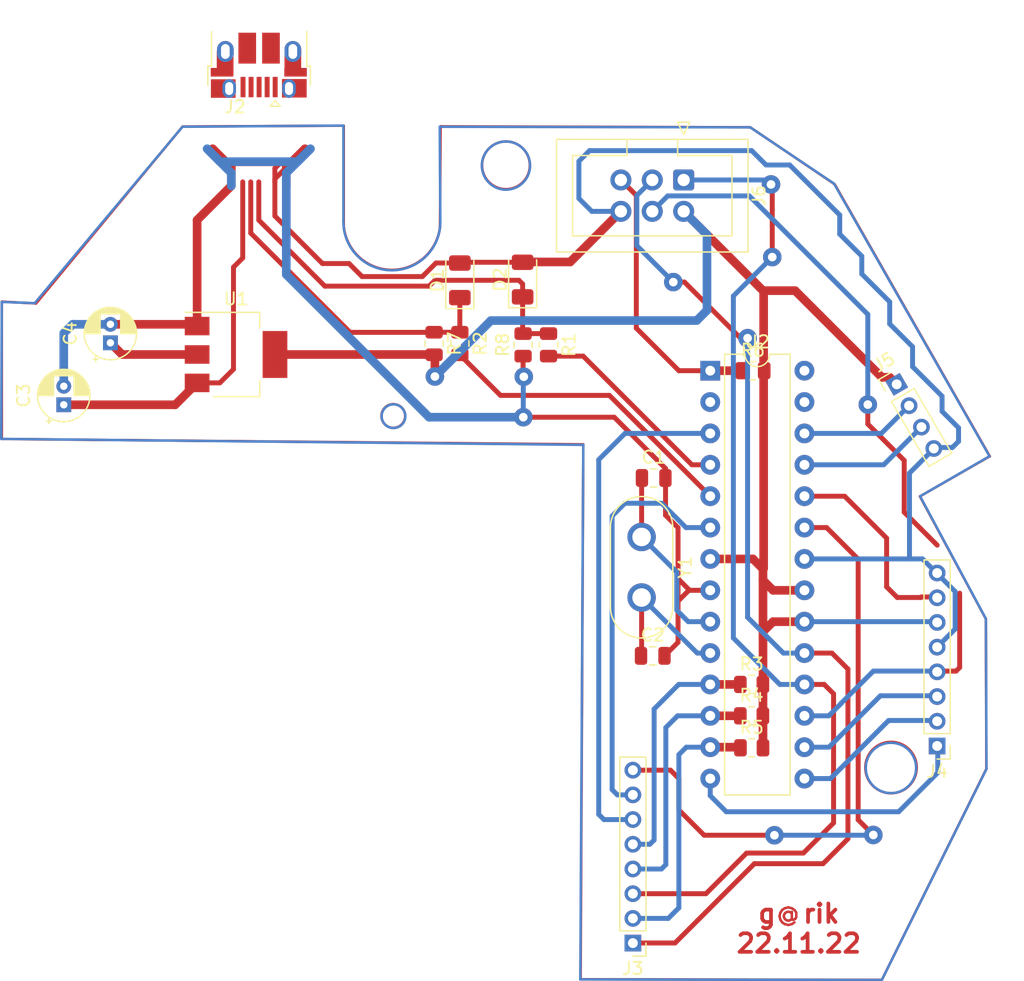
<source format=kicad_pcb>
(kicad_pcb (version 20211014) (generator pcbnew)
  (layers (0 "F.Cu" signal) (31 "B.Cu" signal) (34 "B.Paste" user) (35 "F.Paste" user) (36 "B.SilkS" user "B.Silkscreen") (37 "F.SilkS" user "F.Silkscreen") (38 "B.Mask" user) (39 "F.Mask" user) (44 "Edge.Cuts" user))
  (net 0 "")
  (net 1 "+5V")
  (net 2 "GND")
  (net 3 "+3.3V")
  (net 4 "D-")
  (net 5 "D+")
  (net 6 "MISO")
  (net 7 "MOSI")
  (net 8 "SCK")
  (net 9 "reset")
  (net 11 "row3")
  (net 12 "row2")
  (net 13 "row1")
  (net 14 "col2")
  (net 15 "col1")
  (net 16 "A0")
  (net 17 "but9")
  (net 18 "but8")
  (net 19 "but10")
  (net 20 "A1")
  (net 21 "A3")
  (net 22 "A2")
  (net 23 "XTAL1")
  (net 24 "XTAL2")
  (net 26 "Net-(R2-Pad2)")
  (net 29 "Net-(R1-Pad2)")
  (footprint "Connector_PinHeader_2.00mm:PinHeader_1x04_P2.00mm_Vertical" (layer "F.Cu") (at 172.568262 67.143291 30)
    (fp_text reference "J5" (at 0 -2.06 30) (layer "F.SilkS"))
    (fp_text value "Conn_01x04_Male")
    (pad "1" thru_hole rect (at 0 0 30) (size 1.35 1.35) (drill 0.8) (layers *.Cu *.Mask) (net 3 "+3.3V"))
    (pad "2" thru_hole oval (at 0 2 30) (size 1.35 1.35) (drill 0.8) (layers *.Cu *.Mask) (net 21 "A3"))
    (pad "3" thru_hole oval (at 0 4 30) (size 1.35 1.35) (drill 0.8) (layers *.Cu *.Mask) (net 22 "A2"))
    (pad "4" thru_hole oval (at 0 6 30) (size 1.35 1.35) (drill 0.8) (layers *.Cu *.Mask) (net 2 "GND"))
  )
  (footprint "Connector_PinHeader_2.00mm:PinHeader_1x08_P2.00mm_Vertical" (layer "F.Cu") (at 175.83922 96.42155 180)
    (fp_text reference "J4" (at 0 -2.06 180) (layer "F.SilkS"))
    (fp_text value "buttom")
    (pad "1" thru_hole rect (at 0 0 180) (size 1.35 1.35) (drill 0.8) (layers *.Cu *.Mask) (net 19 "but10"))
    (pad "2" thru_hole oval (at 0 2 180) (size 1.35 1.35) (drill 0.8) (layers *.Cu *.Mask) (net 17 "but9"))
    (pad "3" thru_hole oval (at 0 4 180) (size 1.35 1.35) (drill 0.8) (layers *.Cu *.Mask) (net 18 "but8"))
    (pad "4" thru_hole oval (at 0 6 180) (size 1.35 1.35) (drill 0.8) (layers *.Cu *.Mask) (net 7 "MOSI"))
    (pad "5" thru_hole oval (at 0 8 180) (size 1.35 1.35) (drill 0.8) (layers *.Cu *.Mask) (net 2 "GND"))
    (pad "6" thru_hole oval (at 0 10 180) (size 1.35 1.35) (drill 0.8) (layers *.Cu *.Mask) (net 3 "+3.3V"))
    (pad "7" thru_hole oval (at 0 12 180) (size 1.35 1.35) (drill 0.8) (layers *.Cu *.Mask) (net 20 "A1"))
    (pad "8" thru_hole oval (at 0 14 180) (size 1.35 1.35) (drill 0.8) (layers *.Cu *.Mask) (net 2 "GND"))
  )
  (footprint "Diode_SMD:D_1206_3216Metric" (layer "F.Cu") (at 142.299393 58.66408 90)
    (fp_text reference "D2" (at 0 -1.82 90) (layer "F.SilkS"))
    (fp_text value "3.3v")
    (pad "1" smd roundrect (at -1.4 0 90) (size 1.25 1.75) (layers "F.Cu" "F.Paste" "F.Mask") (roundrect_rratio 0.2) (net 5 "D+"))
    (pad "2" smd roundrect (at 1.4 0 90) (size 1.25 1.75) (layers "F.Cu" "F.Paste" "F.Mask") (roundrect_rratio 0.2) (net 2 "GND"))
  )
  (footprint "Resistor_SMD:R_0805_2012Metric" (layer "F.Cu") (at 160.826 93.979999)
    (fp_text reference "R4" (at 0 -1.65) (layer "F.SilkS"))
    (fp_text value "10k")
    (pad "1" smd roundrect (at -0.9125 0) (size 1.025 1.4) (layers "F.Cu" "F.Paste" "F.Mask") (roundrect_rratio 0.243902439) (net 12 "row2"))
    (pad "2" smd roundrect (at 0.9125 0) (size 1.025 1.4) (layers "F.Cu" "F.Paste" "F.Mask") (roundrect_rratio 0.243902439) (net 3 "+3.3V"))
  )
  (footprint "Capacitor_SMD:C_0805_2012Metric" (layer "F.Cu") (at 152.828427 89.123822)
    (fp_text reference "C2" (at 0 -1.68) (layer "F.SilkS"))
    (fp_text value "22p")
    (pad "1" smd roundrect (at -0.95 0) (size 1 1.45) (layers "F.Cu" "F.Paste" "F.Mask") (net 24 "XTAL2"))
    (pad "2" smd roundrect (at 0.95 0) (size 1 1.45) (layers "F.Cu" "F.Paste" "F.Mask") (net 2 "GND"))
  )
  (footprint "Capacitor_SMD:C_0805_2012Metric" (layer "F.Cu") (at 152.903674 74.726569)
    (fp_text reference "C1" (at 0 -1.68) (layer "F.SilkS"))
    (fp_text value "22p")
    (pad "1" smd roundrect (at -0.95 0) (size 1 1.45) (layers "F.Cu" "F.Paste" "F.Mask") (net 23 "XTAL1"))
    (pad "2" smd roundrect (at 0.95 0) (size 1 1.45) (layers "F.Cu" "F.Paste" "F.Mask") (net 2 "GND"))
  )
  (footprint "Diode_SMD:D_1206_3216Metric" (layer "F.Cu") (at 137.219393 58.72703 90)
    (fp_text reference "D1" (at 0 -1.82 90) (layer "F.SilkS"))
    (fp_text value "3.3v")
    (pad "1" smd roundrect (at -1.4 0 90) (size 1.25 1.75) (layers "F.Cu" "F.Paste" "F.Mask") (roundrect_rratio 0.2) (net 4 "D-"))
    (pad "2" smd roundrect (at 1.4 0 90) (size 1.25 1.75) (layers "F.Cu" "F.Paste" "F.Mask") (roundrect_rratio 0.2) (net 2 "GND"))
  )
  (footprint "Resistor_SMD:R_0805_2012Metric" (layer "F.Cu") (at 137.219393 63.840646 -90)
    (fp_text reference "R2" (at 0 -1.65 90) (layer "F.SilkS"))
    (fp_text value "68")
    (pad "1" smd roundrect (at -0.9125 0 270) (size 1.025 1.4) (layers "F.Cu" "F.Paste" "F.Mask") (roundrect_rratio 0.243902439) (net 4 "D-"))
    (pad "2" smd roundrect (at 0.9125 0 270) (size 1.025 1.4) (layers "F.Cu" "F.Paste" "F.Mask") (roundrect_rratio 0.243902439) (net 26 "Net-(R2-Pad2)"))
  )
  (footprint "Capacitor_THT:CP_Radial_D4.0mm_P1.50mm" (layer "F.Cu") (at 108.945052 63.786674 90)
    (fp_text reference "C4" (at 0.75 -3.25 90) (layer "F.SilkS"))
    (fp_text value "4u7")
    (pad "1" thru_hole rect (at 0 0 90) (size 1.2 1.2) (drill 0.6) (layers *.Cu *.Mask) (net 3 "+3.3V"))
    (pad "2" thru_hole circle (at 1.5 0 90) (size 1.2 1.2) (drill 0.6) (layers *.Cu *.Mask) (net 2 "GND"))
  )
  (footprint "Capacitor_THT:CP_Radial_D4.0mm_P1.50mm" (layer "F.Cu") (at 105.171539 68.800056 90)
    (fp_text reference "C3" (at 0.75 -3.25 90) (layer "F.SilkS"))
    (fp_text value "4u7")
    (pad "1" thru_hole rect (at 0 0 90) (size 1.2 1.2) (drill 0.6) (layers *.Cu *.Mask) (net 1 "+5V"))
    (pad "2" thru_hole circle (at 1.5 0 90) (size 1.2 1.2) (drill 0.6) (layers *.Cu *.Mask) (net 2 "GND"))
  )
  (footprint "Resistor_SMD:R_0805_2012Metric" (layer "F.Cu") (at 135.134976 63.840646 -90)
    (fp_text reference "R7" (at 0 -1.65 90) (layer "F.SilkS"))
    (fp_text value "1.5k")
    (pad "1" smd roundrect (at -0.9125 0 270) (size 1.025 1.4) (layers "F.Cu" "F.Paste" "F.Mask") (roundrect_rratio 0.243902439) (net 4 "D-"))
    (pad "2" smd roundrect (at 0.9125 0 270) (size 1.025 1.4) (layers "F.Cu" "F.Paste" "F.Mask") (roundrect_rratio 0.243902439) (net 3 "+3.3V"))
  )
  (footprint "Package_TO_SOT_SMD:SOT-223-3_TabPin2" (layer "F.Cu") (at 119.111408 64.728292)
    (fp_text reference "U1" (at 0 -4.5) (layer "F.SilkS"))
    (fp_text value "AMS1117-3.3")
    (pad "1" smd rect (at -3.15 -2.3) (size 2 1.5) (layers "F.Cu" "F.Paste" "F.Mask") (net 2 "GND"))
    (pad "2" smd rect (at -3.15 0) (size 2 1.5) (layers "F.Cu" "F.Paste" "F.Mask") (net 3 "+3.3V"))
    (pad "2" smd rect (at 3.15 0) (size 2 3.8) (layers "F.Cu" "F.Paste" "F.Mask") (net 3 "+3.3V"))
    (pad "3" smd rect (at -3.15 2.3) (size 2 1.5) (layers "F.Cu" "F.Paste" "F.Mask") (net 1 "+5V"))
  )
  (footprint "Connector_USB:USB_Micro-B_Amphenol_10103594-0001LF_Horizontal" (layer "F.Cu") (at 120.951923 41.315 180)
    (fp_text reference "J2" (at 1.925 -3.365) (layer "F.SilkS"))
    (fp_text value "USB_B_Micro")
    (pad "1" smd rect (at -1.325 -1.765 270) (size 1.65 0.4) (layers "F.Cu" "F.Paste" "F.Mask") (net 1 "+5V"))
    (pad "2" smd rect (at -0.675 -1.765 270) (size 1.65 0.4) (layers "F.Cu" "F.Paste" "F.Mask") (net 4 "D-"))
    (pad "3" smd rect (at -0.025 -1.765 270) (size 1.65 0.4) (layers "F.Cu" "F.Paste" "F.Mask") (net 5 "D+"))
    (pad "4" smd rect (at 0.625 -1.765 270) (size 1.65 0.4) (layers "F.Cu" "F.Paste" "F.Mask"))
    (pad "5" smd rect (at 1.275 -1.765 270) (size 1.65 0.4) (layers "F.Cu" "F.Paste" "F.Mask") (net 2 "GND"))
    (pad "6" smd rect (at -0.985 1.385 270) (size 2.5 1.43) (layers "F.Cu" "F.Paste" "F.Mask") (net 2 "GND"))
    (pad "6" smd rect (at 2.725 0.185 180) (size 1.35 2) (layers "F.Cu" "F.Paste" "F.Mask") (net 2 "GND"))
    (pad "6" thru_hole oval (at 2.705 1.115 270) (size 1.7 1.35) (drill oval 1.2 0.7) (layers *.Cu *.Mask) (net 2 "GND"))
    (pad "6" thru_hole oval (at -2.445 -1.885 270) (size 1.5 1.1) (drill oval 1.05 0.65) (layers *.Cu *.Mask) (net 2 "GND"))
    (pad "6" smd rect (at 2.875 -1.885 180) (size 2 1.5) (layers "F.Cu" "F.Paste" "F.Mask") (net 2 "GND"))
    (pad "6" smd rect (at 0.935 1.385 270) (size 2.5 1.43) (layers "F.Cu" "F.Paste" "F.Mask") (net 2 "GND"))
    (pad "6" smd rect (at 2.975 -0.565 180) (size 1.825 0.7) (layers "F.Cu" "F.Paste" "F.Mask") (net 2 "GND"))
    (pad "6" smd rect (at -2.755 0.185 180) (size 1.35 2) (layers "F.Cu" "F.Paste" "F.Mask") (net 2 "GND"))
    (pad "6" thru_hole oval (at -2.755 1.115 270) (size 1.7 1.35) (drill oval 1.2 0.7) (layers *.Cu *.Mask) (net 2 "GND"))
    (pad "6" smd rect (at -2.875 -1.865 180) (size 2 1.5) (layers "F.Cu" "F.Paste" "F.Mask") (net 2 "GND"))
    (pad "6" smd rect (at -2.975 -0.565 180) (size 1.825 0.7) (layers "F.Cu" "F.Paste" "F.Mask") (net 2 "GND"))
    (pad "6" thru_hole oval (at 2.395 -1.885 270) (size 1.5 1.1) (drill oval 1.05 0.65) (layers *.Cu *.Mask) (net 2 "GND"))
  )
  (footprint "Resistor_SMD:R_0805_2012Metric" (layer "F.Cu") (at 160.836005 96.570164)
    (fp_text reference "R5" (at 0 -1.65) (layer "F.SilkS"))
    (fp_text value "10k")
    (pad "1" smd roundrect (at -0.9125 0) (size 1.025 1.4) (layers "F.Cu" "F.Paste" "F.Mask") (roundrect_rratio 0.243902439) (net 11 "row3"))
    (pad "2" smd roundrect (at 0.9125 0) (size 1.025 1.4) (layers "F.Cu" "F.Paste" "F.Mask") (roundrect_rratio 0.243902439) (net 3 "+3.3V"))
  )
  (footprint "Resistor_SMD:R_0805_2012Metric" (layer "F.Cu") (at 144.396256 63.949717 -90)
    (fp_text reference "R1" (at 0 -1.65 90) (layer "F.SilkS"))
    (fp_text value "68")
    (pad "1" smd roundrect (at -0.9125 0 270) (size 1.025 1.4) (layers "F.Cu" "F.Paste" "F.Mask") (roundrect_rratio 0.243902439) (net 5 "D+"))
    (pad "2" smd roundrect (at 0.9125 0 270) (size 1.025 1.4) (layers "F.Cu" "F.Paste" "F.Mask") (roundrect_rratio 0.243902439) (net 29 "Net-(R1-Pad2)"))
  )
  (footprint "Resistor_SMD:R_0805_2012Metric" (layer "F.Cu") (at 160.9325 66.04)
    (fp_text reference "R6" (at 0 -1.65) (layer "F.SilkS"))
    (fp_text value "10k")
    (pad "1" smd roundrect (at -0.9125 0) (size 1.025 1.4) (layers "F.Cu" "F.Paste" "F.Mask") (roundrect_rratio 0.243902439) (net 9 "reset"))
    (pad "2" smd roundrect (at 0.9125 0) (size 1.025 1.4) (layers "F.Cu" "F.Paste" "F.Mask") (roundrect_rratio 0.243902439) (net 3 "+3.3V"))
  )
  (footprint "Connector_PinHeader_2.00mm:PinHeader_1x08_P2.00mm_Vertical" (layer "F.Cu") (at 151.220286 112.379904 180)
    (fp_text reference "J3" (at 0 -2.06) (layer "F.SilkS"))
    (fp_text value "grip")
    (pad "1" thru_hole rect (at 0 0 180) (size 1.35 1.35) (drill 0.8) (layers *.Cu *.Mask) (net 8 "SCK"))
    (pad "2" thru_hole oval (at 0 2 180) (size 1.35 1.35) (drill 0.8) (layers *.Cu *.Mask) (net 11 "row3"))
    (pad "3" thru_hole oval (at 0 4 180) (size 1.35 1.35) (drill 0.8) (layers *.Cu *.Mask) (net 6 "MISO"))
    (pad "4" thru_hole oval (at 0 6 180) (size 1.35 1.35) (drill 0.8) (layers *.Cu *.Mask) (net 12 "row2"))
    (pad "5" thru_hole oval (at 0 8 180) (size 1.35 1.35) (drill 0.8) (layers *.Cu *.Mask) (net 13 "row1"))
    (pad "6" thru_hole oval (at 0 10 180) (size 1.35 1.35) (drill 0.8) (layers *.Cu *.Mask) (net 14 "col2"))
    (pad "7" thru_hole oval (at 0 12 180) (size 1.35 1.35) (drill 0.8) (layers *.Cu *.Mask) (net 15 "col1"))
    (pad "8" thru_hole oval (at 0 14 180) (size 1.35 1.35) (drill 0.8) (layers *.Cu *.Mask) (net 16 "A0"))
  )
  (footprint "Package_DIP:DIP-28_W7.62mm" (layer "F.Cu") (at 157.48 66.04)
    (fp_text reference "U2" (at 3.81 -2.33) (layer "F.SilkS"))
    (fp_text value "ATmega8-16P")
    (pad "1" thru_hole rect (at 0 0) (size 1.6 1.6) (drill 0.8) (layers *.Cu *.Mask) (net 9 "reset"))
    (pad "2" thru_hole oval (at 0 2.54) (size 1.6 1.6) (drill 0.8) (layers *.Cu *.Mask))
    (pad "3" thru_hole oval (at 0 5.08) (size 1.6 1.6) (drill 0.8) (layers *.Cu *.Mask) (net 14 "col2"))
    (pad "4" thru_hole oval (at 0 7.62) (size 1.6 1.6) (drill 0.8) (layers *.Cu *.Mask) (net 29 "Net-(R1-Pad2)"))
    (pad "5" thru_hole oval (at 0 10.16) (size 1.6 1.6) (drill 0.8) (layers *.Cu *.Mask) (net 26 "Net-(R2-Pad2)"))
    (pad "6" thru_hole oval (at 0 12.7) (size 1.6 1.6) (drill 0.8) (layers *.Cu *.Mask) (net 15 "col1"))
    (pad "7" thru_hole oval (at 0 15.24) (size 1.6 1.6) (drill 0.8) (layers *.Cu *.Mask) (net 3 "+3.3V"))
    (pad "8" thru_hole oval (at 0 17.78) (size 1.6 1.6) (drill 0.8) (layers *.Cu *.Mask) (net 2 "GND"))
    (pad "9" thru_hole oval (at 0 20.32) (size 1.6 1.6) (drill 0.8) (layers *.Cu *.Mask) (net 23 "XTAL1"))
    (pad "10" thru_hole oval (at 0 22.86) (size 1.6 1.6) (drill 0.8) (layers *.Cu *.Mask) (net 24 "XTAL2"))
    (pad "11" thru_hole oval (at 0 25.4) (size 1.6 1.6) (drill 0.8) (layers *.Cu *.Mask) (net 13 "row1"))
    (pad "12" thru_hole oval (at 0 27.94) (size 1.6 1.6) (drill 0.8) (layers *.Cu *.Mask) (net 12 "row2"))
    (pad "13" thru_hole oval (at 0 30.48) (size 1.6 1.6) (drill 0.8) (layers *.Cu *.Mask) (net 11 "row3"))
    (pad "14" thru_hole oval (at 0 33.02) (size 1.6 1.6) (drill 0.8) (layers *.Cu *.Mask) (net 19 "but10"))
    (pad "15" thru_hole oval (at 7.62 33.02) (size 1.6 1.6) (drill 0.8) (layers *.Cu *.Mask) (net 17 "but9"))
    (pad "16" thru_hole oval (at 7.62 30.48) (size 1.6 1.6) (drill 0.8) (layers *.Cu *.Mask) (net 18 "but8"))
    (pad "17" thru_hole oval (at 7.62 27.94) (size 1.6 1.6) (drill 0.8) (layers *.Cu *.Mask) (net 7 "MOSI"))
    (pad "18" thru_hole oval (at 7.62 25.4) (size 1.6 1.6) (drill 0.8) (layers *.Cu *.Mask) (net 6 "MISO"))
    (pad "19" thru_hole oval (at 7.62 22.86) (size 1.6 1.6) (drill 0.8) (layers *.Cu *.Mask) (net 8 "SCK"))
    (pad "20" thru_hole oval (at 7.62 20.32) (size 1.6 1.6) (drill 0.8) (layers *.Cu *.Mask) (net 3 "+3.3V"))
    (pad "21" thru_hole oval (at 7.62 17.78) (size 1.6 1.6) (drill 0.8) (layers *.Cu *.Mask) (net 3 "+3.3V"))
    (pad "22" thru_hole oval (at 7.62 15.24) (size 1.6 1.6) (drill 0.8) (layers *.Cu *.Mask) (net 2 "GND"))
    (pad "23" thru_hole oval (at 7.62 12.7) (size 1.6 1.6) (drill 0.8) (layers *.Cu *.Mask) (net 16 "A0"))
    (pad "24" thru_hole oval (at 7.62 10.16) (size 1.6 1.6) (drill 0.8) (layers *.Cu *.Mask) (net 20 "A1"))
    (pad "25" thru_hole oval (at 7.62 7.62) (size 1.6 1.6) (drill 0.8) (layers *.Cu *.Mask) (net 22 "A2"))
    (pad "26" thru_hole oval (at 7.62 5.08) (size 1.6 1.6) (drill 0.8) (layers *.Cu *.Mask) (net 21 "A3"))
    (pad "27" thru_hole oval (at 7.62 2.54) (size 1.6 1.6) (drill 0.8) (layers *.Cu *.Mask))
    (pad "28" thru_hole oval (at 7.62 0) (size 1.6 1.6) (drill 0.8) (layers *.Cu *.Mask))
  )
  (footprint "Crystal:Crystal_HC50_Vertical" (layer "F.Cu") (at 151.92683 79.502555 -90)
    (fp_text reference "Y1" (at 2.45 -3.525 90) (layer "F.SilkS"))
    (fp_text value "16 MHz")
    (pad "1" thru_hole circle (at 0 0 270) (size 2.3 2.3) (drill 1.5) (layers *.Cu *.Mask) (net 23 "XTAL1"))
    (pad "2" thru_hole circle (at 4.9 0 270) (size 2.3 2.3) (drill 1.5) (layers *.Cu *.Mask) (net 24 "XTAL2"))
  )
  (footprint "Resistor_SMD:R_0805_2012Metric" (layer "F.Cu") (at 142.335798 63.949717 90)
    (fp_text reference "R8" (at 0 -1.65 90) (layer "F.SilkS"))
    (fp_text value "1M")
    (pad "1" smd roundrect (at -0.9125 0 90) (size 1.025 1.4) (layers "F.Cu" "F.Paste" "F.Mask") (roundrect_rratio 0.243902439) (net 2 "GND"))
    (pad "2" smd roundrect (at 0.9125 0 90) (size 1.025 1.4) (layers "F.Cu" "F.Paste" "F.Mask") (roundrect_rratio 0.243902439) (net 5 "D+"))
  )
  (footprint "Resistor_SMD:R_0805_2012Metric" (layer "F.Cu") (at 160.826 91.44)
    (fp_text reference "R3" (at 0 -1.65) (layer "F.SilkS"))
    (fp_text value "10k")
    (pad "1" smd roundrect (at -0.9125 0) (size 1.025 1.4) (layers "F.Cu" "F.Paste" "F.Mask") (roundrect_rratio 0.243902439) (net 13 "row1"))
    (pad "2" smd roundrect (at 0.9125 0) (size 1.025 1.4) (layers "F.Cu" "F.Paste" "F.Mask") (roundrect_rratio 0.243902439) (net 3 "+3.3V"))
  )
  (footprint "Connector_IDC:IDC-Header_2x03_P2.54mm_Vertical" (layer "F.Cu") (at 155.329632 50.60158 -90)
    (fp_text reference "J6" (at 1.27 -6.1 90) (layer "F.SilkS"))
    (fp_text value "AVR-ISP-6")
    (pad "1" thru_hole roundrect (at 0 0 270) (size 1.7 1.7) (drill 1) (layers *.Cu *.Mask) (roundrect_rratio 0.1470588235) (net 6 "MISO"))
    (pad "2" thru_hole circle (at 2.54 0 270) (size 1.7 1.7) (drill 1) (layers *.Cu *.Mask) (net 3 "+3.3V"))
    (pad "3" thru_hole circle (at 0 2.54 270) (size 1.7 1.7) (drill 1) (layers *.Cu *.Mask) (net 8 "SCK"))
    (pad "4" thru_hole circle (at 2.54 2.54 270) (size 1.7 1.7) (drill 1) (layers *.Cu *.Mask) (net 7 "MOSI"))
    (pad "5" thru_hole circle (at 0 5.08 270) (size 1.7 1.7) (drill 1) (layers *.Cu *.Mask) (net 9 "reset"))
    (pad "6" thru_hole circle (at 2.54 5.08 270) (size 1.7 1.7) (drill 1) (layers *.Cu *.Mask) (net 2 "GND"))
  )
  (gr_line (start 135.663326 46.257246) (end 160.71912 46.336431) (layer "F.Cu") (width 0.2))
  (gr_arc (start 135.613667 54.403736) (mid 131.680989 57.877361) (end 127.826028 54.317685) (layer "F.Cu") (width 0.2))
  (gr_line (start 160.71912 46.336431) (end 167.560195 50.961686) (layer "F.Cu") (width 0.2))
  (gr_circle (center 172.106839 98.169046) (end 174.129043 98.663841) (layer "F.Cu") (width 0.2) (fill none))
  (gr_line (start 147.209073 72.001218) (end 100.16055 71.570962) (layer "F.Cu") (width 0.2))
  (gr_line (start 180.102166 72.969294) (end 174.444296 76.217729) (layer "F.Cu") (width 0.2))
  (gr_line (start 171.367963 115.349537) (end 146.993945 115.306512) (layer "F.Cu") (width 0.2))
  (gr_circle (center 140.948845 49.412763) (end 142.282639 50.811096) (layer "F.Cu") (width 0.2) (fill none))
  (gr_line (start 174.444296 76.217729) (end 179.779473 86.135136) (layer "F.Cu") (width 0.2))
  (gr_circle (center 131.834852 69.707594) (end 132.759903 69.44944) (layer "F.Cu") (width 0.2) (fill none))
  (gr_line (start 179.822499 98.268363) (end 171.367963 115.349537) (layer "F.Cu") (width 0.2))
  (gr_line (start 100.16055 71.570962) (end 100.16055 60.448837) (layer "F.Cu") (width 0.2))
  (gr_line (start 167.560195 50.961686) (end 180.102166 72.969294) (layer "F.Cu") (width 0.2))
  (gr_line (start 114.789263 46.271893) (end 127.826028 46.207354) (layer "F.Cu") (width 0.2))
  (gr_line (start 102.935703 60.599427) (end 114.789263 46.271893) (layer "F.Cu") (width 0.2))
  (gr_line (start 127.826028 46.207354) (end 127.826028 54.317685) (layer "F.Cu") (width 0.2))
  (gr_line (start 135.663326 46.257246) (end 135.613667 54.403736) (layer "F.Cu") (width 0.2))
  (gr_line (start 146.993945 115.306512) (end 147.209073 72.001218) (layer "F.Cu") (width 0.2))
  (gr_line (start 179.779473 86.135136) (end 179.822499 98.268363) (layer "F.Cu") (width 0.2))
  (gr_line (start 100.16055 60.448837) (end 102.935703 60.599427) (layer "F.Cu") (width 0.2))
  (gr_line (start 100.160316 60.475961) (end 100.111913 71.560438) (layer "B.Cu") (width 0.2))
  (gr_line (start 100.111913 71.560438) (end 147.20884 72.044477) (layer "B.Cu") (width 0.2))
  (gr_line (start 179.784618 86.129991) (end 174.460197 76.207206) (layer "B.Cu") (width 0.2))
  (gr_line (start 147.20884 72.044477) (end 146.966821 115.317501) (layer "B.Cu") (width 0.2))
  (gr_arc (start 135.640324 53.89304) (mid 131.720389 57.912359) (end 127.798904 53.89304) (layer "B.Cu") (width 0.2))
  (gr_line (start 114.778273 46.293639) (end 102.822527 60.572769) (layer "B.Cu") (width 0.2))
  (gr_line (start 127.798904 46.196831) (end 114.778273 46.293639) (layer "B.Cu") (width 0.2))
  (gr_line (start 160.713509 46.342043) (end 135.591921 46.293639) (layer "B.Cu") (width 0.2))
  (gr_line (start 135.591921 46.293639) (end 135.640324 53.89304) (layer "B.Cu") (width 0.2))
  (gr_line (start 179.833022 98.279353) (end 179.784618 86.129991) (layer "B.Cu") (width 0.2))
  (gr_circle (center 140.951013 49.437252) (end 139.660245 50.900124) (layer "B.Cu") (width 0.2) (fill none))
  (gr_line (start 171.362352 115.365905) (end 179.833022 98.279353) (layer "B.Cu") (width 0.2))
  (gr_line (start 127.798904 53.89304) (end 127.798904 46.196831) (layer "B.Cu") (width 0.2))
  (gr_circle (center 131.851093 69.723836) (end 130.947555 70.046529) (layer "B.Cu") (width 0.2) (fill none))
  (gr_line (start 167.490045 50.892003) (end 160.713509 46.342043) (layer "B.Cu") (width 0.2))
  (gr_line (start 146.966821 115.317501) (end 171.362352 115.365905) (layer "B.Cu") (width 0.2))
  (gr_circle (center 172.101568 98.200904) (end 171.714338 100.201595) (layer "B.Cu") (width 0.2) (fill none))
  (gr_line (start 102.822527 60.572769) (end 100.160316 60.475961) (layer "B.Cu") (width 0.2))
  (gr_line (start 174.460197 76.207206) (end 180.075041 72.96415) (layer "B.Cu") (width 0.2))
  (gr_line (start 180.075041 72.96415) (end 167.490045 50.892003) (layer "B.Cu") (width 0.2))
  (gr_text "@" (at 163.761741 110.015974) (layer "F.Cu") (effects (font (size 1.5 1.5) (thickness 0.2))))
  (gr_text "g  rik\n22.11.22" (at 164.643766 111.199178) (layer "F.Cu") (effects (font (size 1.5 1.5) (thickness 0.3))))
  (segment (start 114.189644 68.800056) (end 115.961408 67.028292) (width 0.7) (layer "F.Cu") (net 1))
  (segment (start 117.800571 67.028292) (end 115.961408 67.028292) (width 0.4) (layer "F.Cu") (net 1))
  (segment (start 105.171539 68.800056) (end 114.189644 68.800056) (width 0.7) (layer "F.Cu") (net 1))
  (segment (start 118.904208 57.663735) (end 118.904208 65.924655) (width 0.4) (layer "F.Cu") (net 1))
  (segment (start 118.904208 65.924655) (end 117.800571 67.028292) (width 0.4) (layer "F.Cu") (net 1))
  (segment (start 119.651923 56.91602) (end 118.904208 57.663735) (width 0.4) (layer "F.Cu") (net 1))
  (segment (start 119.651923 50.755117) (end 119.651923 56.91602) (width 0.4) (layer "F.Cu") (net 1))
  (segment (start 146.151441 57.239771) (end 142.323702 57.239771) (width 0.7) (layer "F.Cu") (net 2))
  (segment (start 154.873973 84.693097) (end 154.873973 82.886021) (width 0.4) (layer "F.Cu") (net 2))
  (segment (start 122.251923 50.755117) (end 122.251923 49.659143) (width 0.4) (layer "F.Cu") (net 2))
  (segment (start 137.215209 57.322846) (end 137.219393 57.32703) (width 0.4) (layer "F.Cu") (net 2))
  (segment (start 154.873973 82.886021) (end 155.807952 83.82) (width 0.4) (layer "F.Cu") (net 2))
  (segment (start 122.785533 49.125533) (end 118.259839 49.125533) (width 0.7) (layer "F.Cu") (net 2))
  (segment (start 129.307823 58.42) (end 134.191231 58.42) (width 0.4) (layer "F.Cu") (net 2))
  (segment (start 142.335798 64.862217) (end 142.335798 66.472563) (width 0.4) (layer "F.Cu") (net 2))
  (segment (start 153.853674 74.726569) (end 153.862871 74.735766) (width 0.4) (layer "F.Cu") (net 2))
  (segment (start 123.176923 49.592617) (end 124.689423 48.080117) (width 0.7) (layer "F.Cu") (net 2))
  (segment (start 115.961408 53.845632) (end 118.726923 51.080117) (width 0.7) (layer "F.Cu") (net 2))
  (segment (start 122.251923 50.755117) (end 122.251923 50.517617) (width 0.4) (layer "F.Cu") (net 2))
  (segment (start 142.323702 57.239771) (end 142.299393 57.26408) (width 0.7) (layer "F.Cu") (net 2))
  (segment (start 122.251923 50.517617) (end 123.176923 49.592617) (width 0.4) (layer "F.Cu") (net 2))
  (segment (start 124.689423 48.080117) (end 123.644007 49.125533) (width 0.7) (layer "F.Cu") (net 2))
  (segment (start 153.778427 89.123822) (end 154.873973 88.028276) (width 0.4) (layer "F.Cu") (net 2))
  (segment (start 122.251923 53.515382) (end 126.102413 57.365872) (width 0.4) (layer "F.Cu") (net 2))
  (segment (start 137.282343 57.26408) (end 142.299393 57.26408) (width 0.4) (layer "F.Cu") (net 2))
  (segment (start 155.807952 83.82) (end 155.74707 83.82) (width 0.4) (layer "F.Cu") (net 2))
  (segment (start 153.862871 74.717372) (end 153.862871 73.958203) (width 0.4) (layer "F.Cu") (net 2))
  (segment (start 137.219393 57.32703) (end 137.282343 57.26408) (width 0.4) (layer "F.Cu") (net 2))
  (segment (start 153.853674 74.726569) (end 153.862871 74.717372) (width 0.4) (layer "F.Cu") (net 2))
  (segment (start 153.862871 77.744458) (end 154.873973 78.75556) (width 0.4) (layer "F.Cu") (net 2))
  (segment (start 153.862871 73.958203) (end 149.710898 69.80623) (width 0.4) (layer "F.Cu") (net 2))
  (segment (start 128.253695 57.365872) (end 129.307823 58.42) (width 0.4) (layer "F.Cu") (net 2))
  (segment (start 118.726923 49.592617) (end 117.214423 48.080117) (width 0.7) (layer "F.Cu") (net 2))
  (segment (start 115.81979 62.286674) (end 115.961408 62.428292) (width 0.7) (layer "F.Cu") (net 2))
  (segment (start 126.102413 57.365872) (end 128.253695 57.365872) (width 0.4) (layer "F.Cu") (net 2))
  (segment (start 115.961408 62.428292) (end 115.961408 53.845632) (width 0.7) (layer "F.Cu") (net 2))
  (segment (start 153.862871 74.735766) (end 153.862871 77.744458) (width 0.4) (layer "F.Cu") (net 2))
  (segment (start 118.259839 49.125533) (end 117.214423 48.080117) (width 0.7) (layer "F.Cu") (net 2))
  (segment (start 149.710898 69.80623) (end 142.353516 69.80623) (width 0.4) (layer "F.Cu") (net 2))
  (segment (start 134.191231 58.42) (end 135.288385 57.322846) (width 0.4) (layer "F.Cu") (net 2))
  (segment (start 123.644007 49.125533) (end 122.785533 49.125533) (width 0.7) (layer "F.Cu") (net 2))
  (segment (start 154.873973 88.028276) (end 154.873973 84.693097) (width 0.4) (layer "F.Cu") (net 2))
  (segment (start 135.288385 57.322846) (end 137.215209 57.322846) (width 0.4) (layer "F.Cu") (net 2))
  (segment (start 122.251923 50.755117) (end 122.251923 53.515382) (width 0.4) (layer "F.Cu") (net 2))
  (segment (start 118.726923 51.080117) (end 118.726923 49.592617) (width 0.7) (layer "F.Cu") (net 2))
  (segment (start 150.249632 53.14158) (end 146.151441 57.239771) (width 0.7) (layer "F.Cu") (net 2))
  (segment (start 108.945052 62.286674) (end 115.81979 62.286674) (width 0.7) (layer "F.Cu") (net 2))
  (segment (start 155.74707 83.82) (end 154.873973 84.693097) (width 0.4) (layer "F.Cu") (net 2))
  (segment (start 122.251923 49.659143) (end 122.785533 49.125533) (width 0.4) (layer "F.Cu") (net 2))
  (segment (start 154.873973 78.75556) (end 154.873973 82.886021) (width 0.4) (layer "F.Cu") (net 2))
  (segment (start 155.807952 83.82) (end 157.48 83.82) (width 0.4) (layer "F.Cu") (net 2))
  (segment (start 123.176923 51.080117) (end 123.176923 49.592617) (width 0.7) (layer "F.Cu") (net 2))
  (segment (start 142.335798 66.472563) (end 142.393565 66.53033) (width 0.4) (layer "F.Cu") (net 2))
  (via (at 142.353516 69.80623) (size 1.5) (drill 0.7) (layers "F.Cu" "B.Cu") (net 2))
  (via (at 142.393565 66.53033) (size 1.5) (drill 0.7) (layers "F.Cu" "B.Cu") (net 2))
  (segment (start 123.176923 58.255413) (end 134.72774 69.80623) (width 0.7) (layer "B.Cu") (net 2))
  (segment (start 169.740779 58.207847) (end 169.740779 56.766488) (width 0.4) (layer "B.Cu") (net 2))
  (segment (start 171.999624 60.466692) (end 169.740779 58.207847) (width 0.4) (layer "B.Cu") (net 2))
  (segment (start 108.945052 62.286674) (end 105.891271 62.286674) (width 0.7) (layer "B.Cu") (net 2))
  (segment (start 177.571443 70.663766) (end 176.237649 69.329972) (width 0.4) (layer "B.Cu") (net 2))
  (segment (start 142.353516 66.570379) (end 142.393565 66.53033) (width 0.4) (layer "B.Cu") (net 2))
  (segment (start 175.674477 72.259626) (end 177.072737 72.259626) (width 0.4) (layer "B.Cu") (net 2))
  (segment (start 105.891271 62.286674) (end 105.171539 63.006406) (width 0.7) (layer "B.Cu") (net 2))
  (segment (start 118.726923 51.080117) (end 118.726923 50.030117) (width 0.7) (layer "B.Cu") (net 2))
  (segment (start 160.834474 48.225901) (end 147.711658 48.225901) (width 0.4) (layer "B.Cu") (net 2))
  (segment (start 177.295151 83.916116) (end 177.295151 86.954951) (width 0.4) (layer "B.Cu") (net 2))
  (segment (start 117.815793 49.118987) (end 124.088053 49.118987) (width 0.7) (layer "B.Cu") (net 2))
  (segment (start 123.176923 50.030117) (end 125.126923 48.080117) (width 0.7) (layer "B.Cu") (net 2))
  (segment (start 177.571443 71.76092) (end 177.571443 70.663766) (width 0.4) (layer "B.Cu") (net 2))
  (segment (start 176.237649 69.329972) (end 176.237649 68.103741) (width 0.4) (layer "B.Cu") (net 2))
  (segment (start 177.072737 72.259626) (end 177.571443 71.76092) (width 0.4) (layer "B.Cu") (net 2))
  (segment (start 118.726923 50.030117) (end 116.776923 48.080117) (width 0.7) (layer "B.Cu") (net 2))
  (segment (start 167.955215 54.980924) (end 167.955215 53.432002) (width 0.4) (layer "B.Cu") (net 2))
  (segment (start 173.849726 65.715818) (end 173.849726 64.102357) (width 0.4) (layer "B.Cu") (net 2))
  (segment (start 123.176923 51.080117) (end 123.176923 50.030117) (width 0.7) (layer "B.Cu") (net 2))
  (segment (start 134.72774 69.80623) (end 142.353516 69.80623) (width 0.7) (layer "B.Cu") (net 2))
  (segment (start 142.353516 69.80623) (end 142.353516 66.570379) (width 0.4) (layer "B.Cu") (net 2))
  (segment (start 116.776923 48.080117) (end 117.815793 49.118987) (width 0.7) (layer "B.Cu") (net 2))
  (segment (start 173.849726 64.102357) (end 171.999624 62.252255) (width 0.4) (layer "B.Cu") (net 2))
  (segment (start 173.600539 81.28) (end 173.600539 74.333566) (width 0.4) (layer "B.Cu") (net 2))
  (segment (start 147.711658 48.225901) (end 146.851145 49.086414) (width 0.4) (layer "B.Cu") (net 2))
  (segment (start 167.955215 53.432002) (end 163.910806 49.387593) (width 0.4) (layer "B.Cu") (net 2))
  (segment (start 174.659035 81.28) (end 177.295151 83.916116) (width 0.4) (layer "B.Cu") (net 2))
  (segment (start 146.851145 52.098207) (end 147.894518 53.14158) (width 0.4) (layer "B.Cu") (net 2))
  (segment (start 161.996166 49.387593) (end 160.834474 48.225901) (width 0.4) (layer "B.Cu") (net 2))
  (segment (start 163.910806 49.387593) (end 161.996166 49.387593) (width 0.4) (layer "B.Cu") (net 2))
  (segment (start 177.295151 86.954951) (end 175.891849 88.358253) (width 0.4) (layer "B.Cu") (net 2))
  (segment (start 123.176923 51.080117) (end 123.176923 58.255413) (width 0.7) (layer "B.Cu") (net 2))
  (segment (start 147.894518 53.14158) (end 150.249632 53.14158) (width 0.4) (layer "B.Cu") (net 2))
  (segment (start 146.851145 49.086414) (end 146.851145 52.098207) (width 0.4) (layer "B.Cu") (net 2))
  (segment (start 124.088053 49.118987) (end 125.126923 48.080117) (width 0.7) (layer "B.Cu") (net 2))
  (segment (start 171.999624 62.252255) (end 171.999624 60.466692) (width 0.4) (layer "B.Cu") (net 2))
  (segment (start 169.740779 56.766488) (end 167.955215 54.980924) (width 0.4) (layer "B.Cu") (net 2))
  (segment (start 165.1 81.28) (end 174.659035 81.28) (width 0.4) (layer "B.Cu") (net 2))
  (segment (start 176.237649 68.103741) (end 173.849726 65.715818) (width 0.4) (layer "B.Cu") (net 2))
  (segment (start 173.600539 74.333566) (end 175.674479 72.259626) (width 0.4) (layer "B.Cu") (net 2))
  (segment (start 105.171539 63.006406) (end 105.171539 67.300056) (width 0.7) (layer "B.Cu") (net 2))
  (segment (start 162.560002 86.36) (end 161.748507 87.171495) (width 0.7) (layer "F.Cu") (net 3))
  (segment (start 161.800561 59.612507) (end 161.748507 59.560453) (width 0.7) (layer "F.Cu") (net 3))
  (segment (start 164.347899 59.560453) (end 171.35903 66.571584) (width 0.7) (layer "F.Cu") (net 3))
  (segment (start 135.200845 64.819015) (end 135.134976 64.753146) (width 0.7) (layer "F.Cu") (net 3))
  (segment (start 171.35903 66.571584) (end 171.35903 66.572999) (width 0.7) (layer "F.Cu") (net 3))
  (segment (start 171.99797 66.572999) (end 172.568262 67.143291) (width 0.7) (layer "F.Cu") (net 3))
  (segment (start 161.748507 59.560453) (end 164.347899 59.560453) (width 0.7) (layer "F.Cu") (net 3))
  (segment (start 135.134976 64.753146) (end 135.110122 64.728292) (width 0.7) (layer "F.Cu") (net 3))
  (segment (start 161.800561 82.039441) (end 161.800561 59.612507) (width 0.7) (layer "F.Cu") (net 3))
  (segment (start 161.748507 59.560453) (end 155.329634 53.14158) (width 0.7) (layer "F.Cu") (net 3))
  (segment (start 165.100002 86.36) (end 162.560002 86.36) (width 0.7) (layer "F.Cu") (net 3))
  (segment (start 160.937012 81.28) (end 161.748507 82.091495) (width 0.7) (layer "F.Cu") (net 3))
  (segment (start 161.748507 96.570164) (end 161.748507 87.171495) (width 0.7) (layer "F.Cu") (net 3))
  (segment (start 135.200845 66.513281) (end 135.200845 64.819015) (width 0.7) (layer "F.Cu") (net 3))
  (segment (start 171.35903 66.572999) (end 171.99797 66.572999) (width 0.7) (layer "F.Cu") (net 3))
  (segment (start 161.748507 87.171495) (end 161.748507 83.008505) (width 0.7) (layer "F.Cu") (net 3))
  (segment (start 161.748507 82.091495) (end 161.800561 82.039441) (width 0.7) (layer "F.Cu") (net 3))
  (segment (start 109.88667 64.728292) (end 108.945052 63.786674) (width 0.7) (layer "F.Cu") (net 3))
  (segment (start 115.961408 64.728292) (end 109.88667 64.728292) (width 0.7) (layer "F.Cu") (net 3))
  (segment (start 165.100002 83.82) (end 162.560002 83.82) (width 0.7) (layer "F.Cu") (net 3))
  (segment (start 157.480002 81.28) (end 160.937012 81.28) (width 0.7) (layer "F.Cu") (net 3))
  (segment (start 162.560002 83.82) (end 161.748507 83.008505) (width 0.7) (layer "F.Cu") (net 3))
  (segment (start 161.748507 83.008505) (end 161.748507 82.091495) (width 0.7) (layer "F.Cu") (net 3))
  (segment (start 135.110122 64.728292) (end 122.261408 64.728292) (width 0.7) (layer "F.Cu") (net 3))
  (via (at 135.200845 66.513281) (size 1.5) (drill 0.7) (layers "F.Cu" "B.Cu") (net 3))
  (segment (start 170.181749 86.358253) (end 175.891849 86.358253) (width 0.4) (layer "B.Cu") (net 3))
  (segment (start 155.329632 53.14158) (end 157.215081 55.027029) (width 0.7) (layer "B.Cu") (net 3))
  (segment (start 157.215081 61.155109) (end 156.388804 61.981386) (width 0.7) (layer "B.Cu") (net 3))
  (segment (start 139.73274 61.981386) (end 135.200845 66.513281) (width 0.7) (layer "B.Cu") (net 3))
  (segment (start 156.388804 61.981386) (end 139.73274 61.981386) (width 0.7) (layer "B.Cu") (net 3))
  (segment (start 170.180002 86.36) (end 165.100002 86.36) (width 0.4) (layer "B.Cu") (net 3))
  (segment (start 170.180002 86.36) (end 170.181749 86.358253) (width 0.4) (layer "B.Cu") (net 3))
  (segment (start 157.215081 55.027029) (end 157.215081 61.155109) (width 0.7) (layer "B.Cu") (net 3))
  (segment (start 135.125432 62.93769) (end 135.134976 62.928146) (width 0.4) (layer "F.Cu") (net 4))
  (segment (start 137.219393 62.928146) (end 137.219393 60.12703) (width 0.4) (layer "F.Cu") (net 4))
  (segment (start 120.301923 50.755117) (end 120.301923 54.899867) (width 0.4) (layer "F.Cu") (net 4))
  (segment (start 120.301923 54.899867) (end 128.339746 62.93769) (width 0.4) (layer "F.Cu") (net 4))
  (segment (start 137.219393 62.928146) (end 135.134976 62.928146) (width 0.4) (layer "F.Cu") (net 4))
  (segment (start 128.339746 62.93769) (end 135.125432 62.93769) (width 0.4) (layer "F.Cu") (net 4))
  (segment (start 120.951923 50.755117) (end 120.951923 53.850355) (width 0.4) (layer "F.Cu") (net 5))
  (segment (start 126.296029 59.194461) (end 134.729051 59.194461) (width 0.4) (layer "F.Cu") (net 5))
  (segment (start 142.299393 63.000812) (end 142.335798 63.037217) (width 0.4) (layer "F.Cu") (net 5))
  (segment (start 135.202333 58.721179) (end 142.000383 58.721179) (width 0.4) (layer "F.Cu") (net 5))
  (segment (start 134.729051 59.194461) (end 135.202333 58.721179) (width 0.4) (layer "F.Cu") (net 5))
  (segment (start 142.335798 63.037217) (end 144.396256 63.037217) (width 0.4) (layer "F.Cu") (net 5))
  (segment (start 142.299393 59.020189) (end 142.299393 60.06408) (width 0.4) (layer "F.Cu") (net 5))
  (segment (start 120.951923 53.850355) (end 126.296029 59.194461) (width 0.4) (layer "F.Cu") (net 5))
  (segment (start 142.000383 58.721179) (end 142.299393 59.020189) (width 0.4) (layer "F.Cu") (net 5))
  (segment (start 142.299393 60.06408) (end 142.299393 63.000812) (width 0.4) (layer "F.Cu") (net 5))
  (segment (start 157.136891 108.379904) (end 151.220286 108.379904) (width 0.4) (layer "F.Cu") (net 6))
  (segment (start 167.458968 102.649663) (end 167.458968 92.194435) (width 0.4) (layer "F.Cu") (net 6))
  (segment (start 167.458968 92.194435) (end 166.704533 91.44) (width 0.4) (layer "F.Cu") (net 6))
  (segment (start 160.427256 105.089539) (end 165.019092 105.089539) (width 0.4) (layer "F.Cu") (net 6))
  (segment (start 162.49781 56.845674) (end 162.49781 50.86219) (width 0.4) (layer "F.Cu") (net 6))
  (segment (start 166.704533 91.44) (end 165.1 91.44) (width 0.4) (layer "F.Cu") (net 6))
  (segment (start 160.427256 105.089539) (end 157.136891 108.379904) (width 0.4) (layer "F.Cu") (net 6))
  (segment (start 165.019092 105.089539) (end 167.458968 102.649663) (width 0.4) (layer "F.Cu") (net 6))
  (segment (start 162.49781 50.86219) (end 162.56 50.8) (width 0.4) (layer "F.Cu") (net 6))
  (via (at 162.397166 50.962834) (size 1.5) (drill 0.7) (layers "F.Cu" "B.Cu") (net 6))
  (via (at 162.49781 56.845674) (size 1.5) (drill 0.7) (layers "F.Cu" "B.Cu") (net 6))
  (segment (start 165.1 91.44) (end 163.106479 91.44) (width 0.4) (layer "B.Cu") (net 6))
  (segment (start 159.351561 59.991923) (end 162.49781 56.845674) (width 0.4) (layer "B.Cu") (net 6))
  (segment (start 162.035912 50.60158) (end 162.397166 50.962834) (width 0.4) (layer "B.Cu") (net 6))
  (segment (start 155.329632 50.60158) (end 162.035912 50.60158) (width 0.4) (layer "B.Cu") (net 6))
  (segment (start 151.011049 108.61911) (end 151.261049 108.61911) (width 0.4) (layer "B.Cu") (net 6))
  (segment (start 151.261049 108.61911) (end 151.26847 108.611689) (width 0.4) (layer "B.Cu") (net 6))
  (segment (start 159.351561 87.685082) (end 159.351561 59.991923) (width 0.4) (layer "B.Cu") (net 6))
  (segment (start 163.106479 91.44) (end 159.351561 87.685082) (width 0.4) (layer "B.Cu") (net 6))
  (segment (start 173.174745 73.30321) (end 173.174745 77.498209) (width 0.4) (layer "F.Cu") (net 7))
  (segment (start 173.174745 77.498209) (end 175.842333 80.165797) (width 0.4) (layer "F.Cu") (net 7))
  (segment (start 170.227489 68.785519) (end 170.227489 70.355954) (width 0.4) (layer "F.Cu") (net 7))
  (segment (start 177.369723 90.358253) (end 175.891849 90.358253) (width 0.4) (layer "F.Cu") (net 7))
  (segment (start 177.660395 84.050679) (end 177.660395 90.067581) (width 0.4) (layer "F.Cu") (net 7))
  (segment (start 170.227489 70.355954) (end 173.174745 73.30321) (width 0.4) (layer "F.Cu") (net 7))
  (segment (start 177.660395 90.067581) (end 177.369723 90.358253) (width 0.4) (layer "F.Cu") (net 7))
  (via (at 170.227489 68.785519) (size 1.5) (drill 0.7) (layers "F.Cu" "B.Cu") (net 7))
  (segment (start 168.06877 92.966756) (end 168.06877 92.984458) (width 0.4) (layer "B.Cu") (net 7))
  (segment (start 160.63681 51.89158) (end 154.039632 51.89158) (width 0.4) (layer "B.Cu") (net 7))
  (segment (start 170.677273 90.358253) (end 168.06877 92.966756) (width 0.4) (layer "B.Cu") (net 7))
  (segment (start 175.891849 90.358253) (end 170.677273 90.358253) (width 0.4) (layer "B.Cu") (net 7))
  (segment (start 167.073228 93.98) (end 165.100002 93.98) (width 0.4) (layer "B.Cu") (net 7))
  (segment (start 168.06877 92.984458) (end 167.073228 93.98) (width 0.4) (layer "B.Cu") (net 7))
  (segment (start 170.227489 61.482259) (end 160.63681 51.89158) (width 0.4) (layer "B.Cu") (net 7))
  (segment (start 170.227489 68.785519) (end 170.227489 61.482259) (width 0.4) (layer "B.Cu") (net 7))
  (segment (start 154.039632 51.89158) (end 152.789632 53.14158) (width 0.4) (layer "B.Cu") (net 7))
  (segment (start 151.011049 112.36911) (end 154.632069 112.36911) (width 0.4) (layer "F.Cu") (net 8))
  (segment (start 168.62066 90.193743) (end 167.326917 88.9) (width 0.4) (layer "F.Cu") (net 8))
  (segment (start 154.632069 112.36911) (end 161.051127 105.950052) (width 0.4) (layer "F.Cu") (net 8))
  (segment (start 161.051127 105.950052) (end 166.611039 105.950052) (width 0.4) (layer "F.Cu") (net 8))
  (segment (start 154.490463 58.869537) (end 155.394001 58.869537) (width 0.4) (layer "F.Cu") (net 8))
  (segment (start 166.611039 105.950052) (end 168.62066 103.940431) (width 0.4) (layer "F.Cu") (net 8))
  (segment (start 168.62066 103.940431) (end 168.62066 90.193743) (width 0.4) (layer "F.Cu") (net 8))
  (segment (start 159.932688 63.408224) (end 160.501061 63.408224) (width 0.4) (layer "F.Cu") (net 8))
  (segment (start 155.394001 58.869537) (end 159.932688 63.408224) (width 0.4) (layer "F.Cu") (net 8))
  (segment (start 167.326917 88.9) (end 165.1 88.9) (width 0.4) (layer "F.Cu") (net 8))
  (via (at 160.501061 63.408224) (size 1.5) (drill 0.7) (layers "F.Cu" "B.Cu") (net 8))
  (via (at 154.490463 58.869537) (size 1.5) (drill 0.7) (layers "F.Cu" "B.Cu") (net 8))
  (segment (start 160.501061 86.009232) (end 160.501061 63.408224) (width 0.4) (layer "B.Cu") (net 8))
  (segment (start 151.539632 51.85158) (end 151.539632 55.918706) (width 0.4) (layer "B.Cu") (net 8))
  (segment (start 165.1 88.9) (end 163.391829 88.9) (width 0.4) (layer "B.Cu") (net 8))
  (segment (start 152.789632 50.60158) (end 151.539632 51.85158) (width 0.4) (layer "B.Cu") (net 8))
  (segment (start 151.539632 55.918706) (end 154.490463 58.869537) (width 0.4) (layer "B.Cu") (net 8))
  (segment (start 163.391829 88.9) (end 160.501061 86.009232) (width 0.4) (layer "B.Cu") (net 8))
  (segment (start 157.480002 66.04) (end 160.020002 66.04) (width 0.7) (layer "F.Cu") (net 9))
  (segment (start 151.499632 62.599632) (end 154.94 66.04) (width 0.4) (layer "F.Cu") (net 9))
  (segment (start 151.499632 51.85158) (end 151.499632 62.599632) (width 0.4) (layer "F.Cu") (net 9))
  (segment (start 154.94 66.04) (end 157.48 66.04) (width 0.4) (layer "F.Cu") (net 9))
  (segment (start 150.249632 50.60158) (end 151.499632 51.85158) (width 0.4) (layer "F.Cu") (net 9))
  (segment (start 157.480002 96.52) (end 159.873343 96.52) (width 0.7) (layer "F.Cu") (net 11))
  (segment (start 159.873341 96.52) (end 159.923505 96.570164) (width 0.7) (layer "F.Cu") (net 11))
  (segment (start 157.48 96.52) (end 155.543846 96.52) (width 0.4) (layer "B.Cu") (net 11))
  (segment (start 154.94 109.527101) (end 154.087197 110.379904) (width 0.4) (layer "B.Cu") (net 11))
  (segment (start 154.087197 110.379904) (end 151.220286 110.379904) (width 0.4) (layer "B.Cu") (net 11))
  (segment (start 154.94 97.123846) (end 154.94 109.527101) (width 0.4) (layer "B.Cu") (net 11))
  (segment (start 155.543846 96.52) (end 154.94 97.123846) (width 0.4) (layer "B.Cu") (net 11))
  (segment (start 157.480002 93.98) (end 159.913502 93.979999) (width 0.7) (layer "F.Cu") (net 12))
  (segment (start 157.48 93.98) (end 154.835411 93.98) (width 0.4) (layer "B.Cu") (net 12))
  (segment (start 153.885872 106.0253) (end 153.531268 106.379904) (width 0.4) (layer "B.Cu") (net 12))
  (segment (start 153.531268 106.379904) (end 151.220286 106.379904) (width 0.4) (layer "B.Cu") (net 12))
  (segment (start 153.885872 94.929539) (end 153.885872 106.0253) (width 0.4) (layer "B.Cu") (net 12))
  (segment (start 154.835411 93.98) (end 153.885872 94.929539) (width 0.4) (layer "B.Cu") (net 12))
  (segment (start 157.480002 91.44) (end 159.913502 91.44) (width 0.7) (layer "F.Cu") (net 13))
  (segment (start 152.939308 93.426618) (end 152.939308 104.030695) (width 0.4) (layer "B.Cu") (net 13))
  (segment (start 157.48 91.44) (end 154.925926 91.44) (width 0.4) (layer "B.Cu") (net 13))
  (segment (start 152.590099 104.379904) (end 151.220286 104.379904) (width 0.4) (layer "B.Cu") (net 13))
  (segment (start 154.925926 91.44) (end 152.939308 93.426618) (width 0.4) (layer "B.Cu") (net 13))
  (segment (start 152.939308 104.030695) (end 152.590099 104.379904) (width 0.4) (layer "B.Cu") (net 13))
  (segment (start 148.878449 102.379904) (end 151.220286 102.379904) (width 0.4) (layer "B.Cu") (net 14))
  (segment (start 150.595611 71.12) (end 150.586002 71.110391) (width 0.4) (layer "B.Cu") (net 14))
  (segment (start 148.456234 101.957689) (end 148.878449 102.379904) (width 0.4) (layer "B.Cu") (net 14))
  (segment (start 150.586002 71.110391) (end 148.456234 73.240159) (width 0.4) (layer "B.Cu") (net 14))
  (segment (start 157.48 71.12) (end 150.595611 71.12) (width 0.4) (layer "B.Cu") (net 14))
  (segment (start 148.456234 73.240159) (end 148.456234 101.957689) (width 0.4) (layer "B.Cu") (net 14))
  (segment (start 150.574386 76.771577) (end 149.541771 77.804192) (width 0.4) (layer "B.Cu") (net 15))
  (segment (start 157.48 78.74) (end 155.511578 78.74) (width 0.4) (layer "B.Cu") (net 15))
  (segment (start 149.541771 99.957883) (end 149.963792 100.379904) (width 0.4) (layer "B.Cu") (net 15))
  (segment (start 149.541771 77.804192) (end 149.541771 99.957883) (width 0.4) (layer "B.Cu") (net 15))
  (segment (start 153.543155 76.771577) (end 150.574386 76.771577) (width 0.4) (layer "B.Cu") (net 15))
  (segment (start 149.963792 100.379904) (end 151.220286 100.379904) (width 0.4) (layer "B.Cu") (net 15))
  (segment (start 155.511578 78.74) (end 153.543155 76.771577) (width 0.4) (layer "B.Cu") (net 15))
  (segment (start 169.449727 81.28) (end 169.449727 97.474344) (width 0.4) (layer "F.Cu") (net 16))
  (segment (start 169.449727 102.400778) (end 170.675958 103.627009) (width 0.4) (layer "F.Cu") (net 16))
  (segment (start 162.622266 103.61911) (end 162.630165 103.627009) (width 0.4) (layer "F.Cu") (net 16))
  (segment (start 154.94 101.6) (end 154.94 99.06) (width 0.4) (layer "F.Cu") (net 16))
  (segment (start 165.1 78.74) (end 166.893019 78.74) (width 0.4) (layer "F.Cu") (net 16))
  (segment (start 154.259904 98.379904) (end 151.220286 98.379904) (width 0.4) (layer "F.Cu") (net 16))
  (segment (start 166.893019 78.74) (end 169.433019 81.28) (width 0.4) (layer "F.Cu") (net 16))
  (segment (start 162.673191 103.648522) (end 156.988522 103.648522) (width 0.4) (layer "F.Cu") (net 16))
  (segment (start 156.988522 103.648522) (end 154.94 101.6) (width 0.4) (layer "F.Cu") (net 16))
  (segment (start 169.449727 97.474344) (end 169.449727 102.400778) (width 0.4) (layer "F.Cu") (net 16))
  (segment (start 169.433019 81.28) (end 169.449727 81.28) (width 0.4) (layer "F.Cu") (net 16))
  (segment (start 154.94 99.06) (end 154.259904 98.379904) (width 0.4) (layer "F.Cu") (net 16))
  (via (at 162.673191 103.648522) (size 1.5) (drill 0.7) (layers "F.Cu" "B.Cu") (net 16))
  (via (at 170.675958 103.627009) (size 1.5) (drill 0.7) (layers "F.Cu" "B.Cu") (net 16))
  (segment (start 162.673191 103.648522) (end 170.654445 103.648522) (width 0.4) (layer "B.Cu") (net 16))
  (segment (start 170.654445 103.648522) (end 170.675958 103.627009) (width 0.4) (layer "B.Cu") (net 16))
  (segment (start 170.266053 96.002204) (end 167.208257 99.06) (width 0.4) (layer "B.Cu") (net 17))
  (segment (start 175.891849 94.358253) (end 171.910004 94.358253) (width 0.4) (layer "B.Cu") (net 17))
  (segment (start 167.208257 99.06) (end 165.100002 99.06) (width 0.4) (layer "B.Cu") (net 17))
  (segment (start 171.910004 94.358253) (end 170.266053 96.002204) (width 0.4) (layer "B.Cu") (net 17))
  (segment (start 171.244244 92.358253) (end 167.082497 96.52) (width 0.4) (layer "B.Cu") (net 18))
  (segment (start 175.891849 92.358253) (end 171.244244 92.358253) (width 0.4) (layer "B.Cu") (net 18))
  (segment (start 167.082497 96.52) (end 165.100002 96.52) (width 0.4) (layer "B.Cu") (net 18))
  (segment (start 175.891849 96.358253) (end 175.891849 98.580446) (width 0.4) (layer "B.Cu") (net 19))
  (segment (start 158.77821 101.746125) (end 157.480002 100.447917) (width 0.4) (layer "B.Cu") (net 19))
  (segment (start 175.891849 98.580446) (end 172.72617 101.746125) (width 0.4) (layer "B.Cu") (net 19))
  (segment (start 172.72617 101.746125) (end 158.77821 101.746125) (width 0.4) (layer "B.Cu") (net 19))
  (segment (start 157.480002 100.447917) (end 157.480002 99.06) (width 0.4) (layer "B.Cu") (net 19))
  (segment (start 174.560537 84.358253) (end 174.517294 84.401496) (width 0.4) (layer "F.Cu") (net 20))
  (segment (start 168.349923 76.2) (end 165.1 76.2) (width 0.4) (layer "F.Cu") (net 20))
  (segment (start 172.614574 84.401496) (end 171.750435 83.537357) (width 0.4) (layer "F.Cu") (net 20))
  (segment (start 171.750435 83.537357) (end 171.750435 79.600512) (width 0.4) (layer "F.Cu") (net 20))
  (segment (start 174.517294 84.401496) (end 172.614574 84.401496) (width 0.4) (layer "F.Cu") (net 20))
  (segment (start 175.891849 84.358253) (end 174.560537 84.358253) (width 0.4) (layer "F.Cu") (net 20))
  (segment (start 171.750435 79.600512) (end 168.349923 76.2) (width 0.4) (layer "F.Cu") (net 20))
  (segment (start 171.323604 71.12) (end 170.18 71.12) (width 0.4) (layer "B.Cu") (net 21))
  (segment (start 170.18 71.12) (end 165.1 71.12) (width 0.4) (layer "B.Cu") (net 21))
  (segment (start 173.568262 68.875342) (end 171.323604 71.12) (width 0.4) (layer "B.Cu") (net 21))
  (segment (start 174.568262 70.607393) (end 171.515655 73.66) (width 0.4) (layer "B.Cu") (net 22))
  (segment (start 171.515655 73.66) (end 170.18 73.66) (width 0.4) (layer "B.Cu") (net 22))
  (segment (start 170.18 73.66) (end 165.100002 73.66) (width 0.4) (layer "B.Cu") (net 22))
  (segment (start 151.92683 74.753413) (end 151.92683 79.502555) (width 0.4) (layer "F.Cu") (net 23))
  (segment (start 151.953674 74.726569) (end 151.92683 74.753413) (width 0.4) (layer "F.Cu") (net 23))
  (segment (start 157.480002 86.36) (end 155.70039 86.36) (width 0.4) (layer "B.Cu") (net 23))
  (segment (start 154.773851 85.433461) (end 154.773851 82.349574) (width 0.4) (layer "B.Cu") (net 23))
  (segment (start 155.70039 86.36) (end 154.773851 85.433461) (width 0.4) (layer "B.Cu") (net 23))
  (segment (start 154.773851 82.349574) (end 151.926832 79.502555) (width 0.4) (layer "B.Cu") (net 23))
  (segment (start 151.92683 89.075419) (end 151.878427 89.123822) (width 0.4) (layer "F.Cu") (net 24))
  (segment (start 151.92683 84.402555) (end 151.92683 89.075419) (width 0.4) (layer "F.Cu") (net 24))
  (segment (start 157.48 88.9) (end 156.424275 88.9) (width 0.4) (layer "B.Cu") (net 24))
  (segment (start 156.424277 88.9) (end 151.926832 84.402555) (width 0.4) (layer "B.Cu") (net 24))
  (segment (start 140.508426 68.042179) (end 149.322179 68.042179) (width 0.4) (layer "F.Cu") (net 26))
  (segment (start 137.219393 64.753146) (end 140.508426 68.042179) (width 0.4) (layer "F.Cu") (net 26))
  (segment (start 149.322179 68.042179) (end 157.48 76.2) (width 0.4) (layer "F.Cu") (net 26))
  (segment (start 157.48 73.66) (end 155.995616 73.66) (width 0.4) (layer "F.Cu") (net 29))
  (segment (start 147.197833 64.862217) (end 144.396256 64.862217) (width 0.4) (layer "F.Cu") (net 29))
  (segment (start 155.995616 73.66) (end 147.197833 64.862217) (width 0.4) (layer "F.Cu") (net 29))
)
</source>
